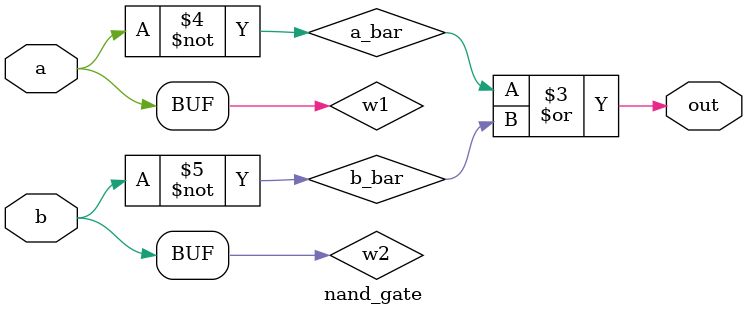
<source format=v>
module nand_gate(out, a, b);
	output out;
	input a, b;
	wire w1,w2;
	wire a_bar, b_bar;
	
	and a1(w1, a, a);
	and a2(w2, b, b);
	not n1(a_bar, w1);
	not n2(b_bar, w2);
	or o1(out, a_bar, b_bar);
endmodule

</source>
